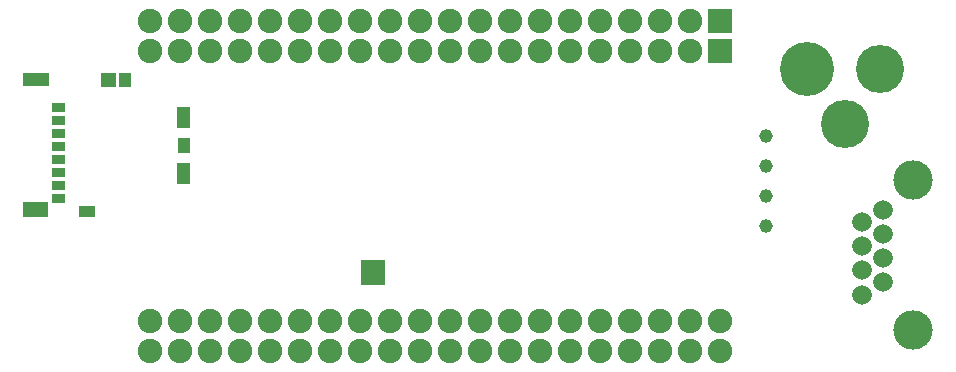
<source format=gbr>
G04 start of page 7 for group -4062 idx -4062 *
G04 Title: (unknown), soldermask *
G04 Creator: pcb 20140316 *
G04 CreationDate: ven. 06 févr. 2015 16:23:15 GMT UTC *
G04 For: clement *
G04 Format: Gerber/RS-274X *
G04 PCB-Dimensions (mil): 3287.40 1358.27 *
G04 PCB-Coordinate-Origin: lower left *
%MOIN*%
%FSLAX25Y25*%
%LNBOTTOMMASK*%
%ADD115R,0.0436X0.0436*%
%ADD114R,0.0384X0.0384*%
%ADD113R,0.0443X0.0443*%
%ADD112R,0.0404X0.0404*%
%ADD111R,0.0499X0.0499*%
%ADD110R,0.0306X0.0306*%
%ADD109R,0.0376X0.0376*%
%ADD108C,0.1310*%
%ADD107C,0.0656*%
%ADD106C,0.0001*%
%ADD105C,0.0463*%
%ADD104C,0.1605*%
%ADD103C,0.1802*%
%ADD102C,0.0817*%
G54D102*X211575Y112205D03*
X201575D03*
X191575D03*
X181575D03*
X171575D03*
X161575D03*
X151575D03*
X141575D03*
X131575D03*
X121575D03*
X111575D03*
X101575D03*
X91575D03*
X81575D03*
X71575D03*
X61575D03*
X51575D03*
X231575Y122205D03*
X221575D03*
X211575D03*
X201575D03*
X191575D03*
X181575D03*
X171575D03*
X161575D03*
X151575D03*
X141575D03*
X131575D03*
X121575D03*
X111575D03*
X101575D03*
X91575D03*
X81575D03*
X71575D03*
X61575D03*
X51575D03*
G54D103*X270669Y106299D03*
G54D104*X283268Y87795D03*
X295079Y106299D03*
G54D105*X256890Y83898D03*
G54D106*G36*
X237488Y116292D02*Y108118D01*
X245662D01*
Y116292D01*
X237488D01*
G37*
G54D102*X231575Y112205D03*
X221575D03*
G54D106*G36*
X237488Y126292D02*Y118118D01*
X245662D01*
Y126292D01*
X237488D01*
G37*
G54D107*X296102Y59094D03*
X289094Y55079D03*
X296102Y51063D03*
X289094Y47047D03*
G54D108*X306102Y69094D03*
G54D107*X296102Y43031D03*
G54D105*X256890Y53898D03*
Y63898D03*
Y73898D03*
G54D107*X289094Y39016D03*
X296102Y35000D03*
G54D108*X306102Y19094D03*
G54D107*X289094Y30984D03*
G54D102*X51575Y22205D03*
X61575D03*
X51575Y12205D03*
X61575D03*
X101575Y22205D03*
X111575D03*
X121575D03*
X131575D03*
X141575D03*
X151575D03*
X161575D03*
X171575D03*
X181575D03*
X191575D03*
X201575D03*
X211575D03*
X221575D03*
X231575D03*
X241575D03*
X71575D03*
X81575D03*
X91575D03*
X71575Y12205D03*
X81575D03*
X91575D03*
X101575D03*
X111575D03*
X121575D03*
X131575D03*
X141575D03*
X151575D03*
X161575D03*
X171575D03*
X181575D03*
X191575D03*
X201575D03*
X211575D03*
X221575D03*
X231575D03*
X241575D03*
G54D106*G36*
X121897Y42473D02*Y34299D01*
X130071D01*
Y42473D01*
X121897D01*
G37*
G54D109*X30000Y58622D02*X31457D01*
G54D110*X20630Y62992D02*X21614D01*
G54D111*X11713Y59232D02*X15020D01*
G54D110*X20630Y67323D02*X21614D01*
X20630Y80315D02*X21614D01*
X20630Y75984D02*X21614D01*
X20630Y71654D02*X21614D01*
X20630Y88976D02*X21614D01*
X20630Y84646D02*X21614D01*
X20630Y93307D02*X21614D01*
G54D112*X11240Y102657D02*X16043D01*
G54D113*X37461Y102461D02*X38051D01*
G54D114*X43307Y102756D02*Y102165D01*
G54D115*X62657Y91476D02*Y88839D01*
G54D109*X62953Y81339D02*Y80079D01*
G54D115*X62657Y72579D02*Y69941D01*
M02*

</source>
